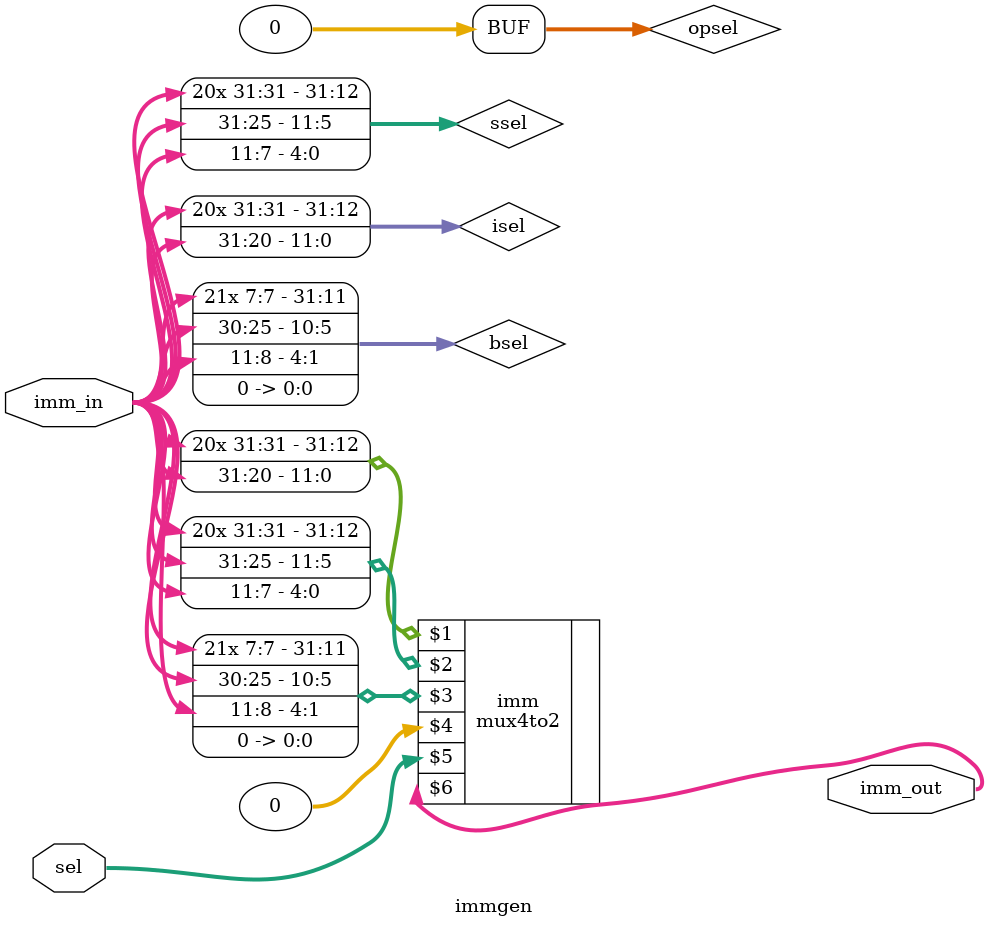
<source format=v>
module immgen(imm_in, sel, imm_out);

input  [31:0] imm_in ;
input  [1:0] sel;
wire [31:0] isel, ssel, bsel, opsel;

output [31:0] imm_out;


assign isel [11:0] = imm_in[31:20];
assign isel [31:12]= {20{imm_in[31]}};

assign ssel [11:0] = {imm_in[31:25],imm_in[11:7]};
assign ssel [31:12]= {20{imm_in[31]}};

assign bsel [0]= 1'b0;
assign bsel [11:1] = {imm_in[7], imm_in[30:25], imm_in[11:8]};
assign bsel [31:12]= {20{imm_in[7]}};

assign opsel = 32'b0;

mux4to2 imm (isel, ssel, bsel, opsel, sel, imm_out);//mux4to2 (I0, I1, I2, I3, sel, mux_out);

endmodule

</source>
